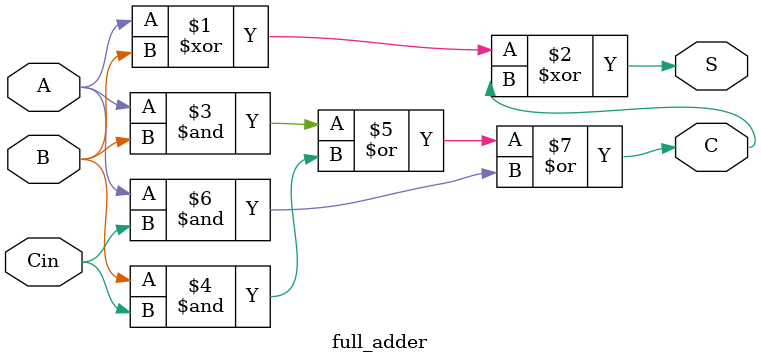
<source format=v>
`timescale 1ns / 1ps
module full_adder(
    input A,
    input B,
    output C,
    output S,
    input Cin
    );
	 assign S=A^B^C;
	 assign C=A&B | B&Cin | A&Cin;
endmodule

</source>
